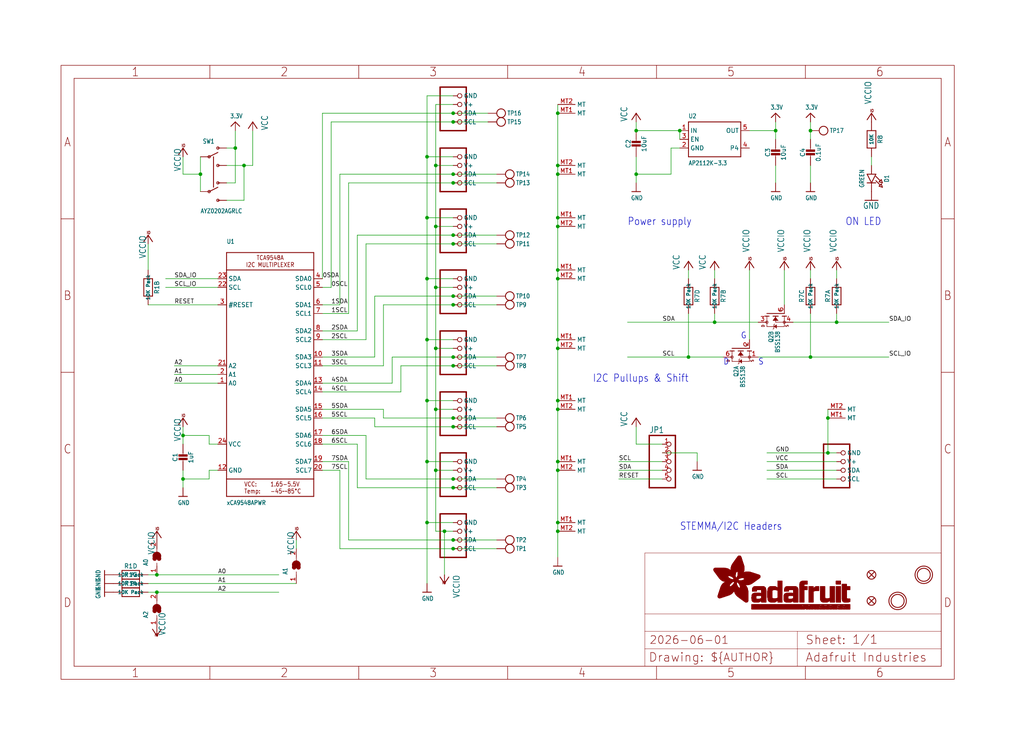
<source format=kicad_sch>
(kicad_sch (version 20230121) (generator eeschema)
  (paper "User" 298.45 217.322)
  (lib_symbols
    (symbol "working-eagle-import:3.3V" (power)
      (property "Value" "3.3V" (at -1.524 1.016 0))
      (symbol "3.3V_1_0"
        (pin power_in line (at 0 -2.54 90) (length 2.54) (name "3.3V") (number "1"))
      )
    )
    (symbol "working-eagle-import:CAP_CERAMIC0603_NO"
      (property "Reference" "C" (at -2.29 1.25 90))
      (symbol "CAP_CERAMIC0603_NO_1_0"
        (pin passive line (at 0 5.08 270) (length 2.54) (name "1") (number "1"))
        (pin passive line (at 0 -2.54 90) (length 2.54) (name "2") (number "2"))
      )
    )
    (symbol "working-eagle-import:CAP_CERAMIC0805-NOOUTLINE"
      (property "Reference" "C" (at -2.29 1.25 90))
      (symbol "CAP_CERAMIC0805-NOOUTLINE_1_0"
        (pin passive line (at 0 5.08 270) (length 2.54) (name "1") (number "1"))
        (pin passive line (at 0 -2.54 90) (length 2.54) (name "2") (number "2"))
      )
    )
    (symbol "working-eagle-import:FIDUCIAL_1MM")
    (symbol "working-eagle-import:FRAME_A4_ADAFRUIT"
      (symbol "FRAME_A4_ADAFRUIT_1_0"
        (text "${#}/${##}" (at 230.505 10.16 0) (effects (font (size 2.54 2.54)) (justify left bottom)))
        (text "${AUTHOR}" (at 189.23 5.08 0) (effects (font (size 2.286 2.286)) (justify left bottom)))
        (text "${CURRENT_DATE}" (at 171.45 10.16 0) (effects (font (size 2.286 2.286)) (justify left bottom)))
        (text "${PROJECTNAME}" (at 171.45 15.24 0) (effects (font (size 2.54 2.54)) (justify left bottom)))
        (text "1" (at 21.6958 1.905 0) (effects (font (size 2.54 2.286))))
        (text "1" (at 21.6958 177.165 0) (effects (font (size 2.54 2.286))))
        (text "2" (at 65.0875 1.905 0) (effects (font (size 2.54 2.286))))
        (text "2" (at 65.0875 177.165 0) (effects (font (size 2.54 2.286))))
        (text "3" (at 108.4792 1.905 0) (effects (font (size 2.54 2.286))))
        (text "3" (at 108.4792 177.165 0) (effects (font (size 2.54 2.286))))
        (text "4" (at 151.8708 1.905 0) (effects (font (size 2.54 2.286))))
        (text "4" (at 151.8708 177.165 0) (effects (font (size 2.54 2.286))))
        (text "5" (at 195.2625 1.905 0) (effects (font (size 2.54 2.286))))
        (text "5" (at 195.2625 177.165 0) (effects (font (size 2.54 2.286))))
        (text "6" (at 238.6542 1.905 0) (effects (font (size 2.54 2.286))))
        (text "6" (at 238.6542 177.165 0) (effects (font (size 2.54 2.286))))
        (text "A" (at 1.905 156.6863 0) (effects (font (size 2.54 2.286))))
        (text "A" (at 258.445 156.6863 0) (effects (font (size 2.54 2.286))))
        (text "Adafruit Industries" (at 216.916 4.953 0) (effects (font (size 2.54 2.54)) (justify left bottom)))
        (text "B" (at 1.905 111.9188 0) (effects (font (size 2.54 2.286))))
        (text "B" (at 258.445 111.9188 0) (effects (font (size 2.54 2.286))))
        (text "C" (at 1.905 67.1513 0) (effects (font (size 2.54 2.286))))
        (text "C" (at 258.445 67.1513 0) (effects (font (size 2.54 2.286))))
        (text "D" (at 1.905 22.3838 0) (effects (font (size 2.54 2.286))))
        (text "D" (at 258.445 22.3838 0) (effects (font (size 2.54 2.286))))
        (text "Drawing:" (at 171.196 4.953 0) (effects (font (size 2.54 2.54)) (justify left bottom)))
        (text "Sheet:" (at 216.916 10.033 0) (effects (font (size 2.54 2.54)) (justify left bottom)))
      )
    )
    (symbol "working-eagle-import:GND" (power)
      (property "Value" "GND" (at -1.524 -2.54 0))
      (symbol "GND_1_0"
        (pin power_in line (at 0 2.54 270) (length 2.54) (name "GND") (number "1"))
      )
    )
    (symbol "working-eagle-import:HEADER-1X570MIL"
      (property "Reference" "JP" (at -6.35 8.255 0))
      (symbol "HEADER-1X570MIL_1_0"
        (pin passive inverted (at -2.54 5.08 0) (length 2.54) (name "1") (number "1"))
        (pin passive inverted (at -2.54 2.54 0) (length 2.54) (name "2") (number "2"))
        (pin passive inverted (at -2.54 0 0) (length 2.54) (name "3") (number "3"))
        (pin passive inverted (at -2.54 -2.54 0) (length 2.54) (name "4") (number "4"))
        (pin passive inverted (at -2.54 -5.08 0) (length 2.54) (name "5") (number "5"))
      )
    )
    (symbol "working-eagle-import:LED0603_NOOUTLINE"
      (property "Reference" "D" (at -1.27 4.445 0))
      (symbol "LED0603_NOOUTLINE_1_0"
        (pin passive line (at -5.08 0 0) (length 2.54) (name "A") (number "A"))
        (pin passive line (at 2.54 0 180) (length 2.54) (name "C") (number "C"))
      )
    )
    (symbol "working-eagle-import:MOSFET-N_DUAL"
      (property "Reference" "Q" (at 5.08 0.635 0))
      (symbol "MOSFET-N_DUAL_1_0"
        (text "D" (at 3.175 3.175 0) (effects (font (size 0.8128 0.6908)) (justify left bottom)))
        (text "G" (at -1.27 -1.905 0) (effects (font (size 0.8128 0.6908)) (justify left bottom)))
        (text "S" (at 3.175 -3.81 0) (effects (font (size 0.8128 0.6908)) (justify left bottom)))
        (pin bidirectional line (at 2.54 -5.08 90) (length 2.54) (name "S") (number "1"))
        (pin bidirectional line (at -2.54 -2.54 0) (length 2.54) (name "G") (number "2"))
        (pin bidirectional line (at 2.54 5.08 270) (length 2.54) (name "D") (number "6"))
      )
      (symbol "MOSFET-N_DUAL_2_0"
        (text "D" (at 3.175 3.175 0) (effects (font (size 0.8128 0.6908)) (justify left bottom)))
        (text "G" (at -1.27 -1.905 0) (effects (font (size 0.8128 0.6908)) (justify left bottom)))
        (text "S" (at 3.175 -3.81 0) (effects (font (size 0.8128 0.6908)) (justify left bottom)))
        (pin bidirectional line (at 2.54 5.08 270) (length 2.54) (name "D") (number "3"))
        (pin bidirectional line (at 2.54 -5.08 90) (length 2.54) (name "S") (number "4"))
        (pin bidirectional line (at -2.54 -2.54 0) (length 2.54) (name "G") (number "5"))
      )
    )
    (symbol "working-eagle-import:MOUNTINGHOLE2.5")
    (symbol "working-eagle-import:RESISTOR_0603_NOOUT"
      (property "Reference" "R" (at 0 2.54 0))
      (symbol "RESISTOR_0603_NOOUT_1_0"
        (pin passive line (at -5.08 0 0) (length 2.54) (name "1") (number "1"))
        (pin passive line (at 5.08 0 180) (length 2.54) (name "2") (number "2"))
      )
    )
    (symbol "working-eagle-import:RESISTOR_4PACK"
      (property "Reference" "R" (at 0 2.54 0))
      (symbol "RESISTOR_4PACK_1_0"
        (pin passive line (at -5.08 0 0) (length 2.54) (name "1") (number "1"))
        (pin passive line (at 5.08 0 180) (length 2.54) (name "2") (number "8"))
      )
      (symbol "RESISTOR_4PACK_2_0"
        (pin passive line (at -5.08 0 0) (length 2.54) (name "1") (number "2"))
        (pin passive line (at 5.08 0 180) (length 2.54) (name "2") (number "7"))
      )
      (symbol "RESISTOR_4PACK_3_0"
        (pin passive line (at -5.08 0 0) (length 2.54) (name "1") (number "3"))
        (pin passive line (at 5.08 0 180) (length 2.54) (name "2") (number "6"))
      )
      (symbol "RESISTOR_4PACK_4_0"
        (pin passive line (at -5.08 0 0) (length 2.54) (name "1") (number "4"))
        (pin passive line (at 5.08 0 180) (length 2.54) (name "2") (number "5"))
      )
    )
    (symbol "working-eagle-import:SOLDERJUMPER"
      (property "Reference" "SJ" (at -2.54 2.54 0))
      (symbol "SOLDERJUMPER_1_0"
        (pin passive line (at -5.08 0 0) (length 2.54) (name "1") (number "1"))
        (pin passive line (at 5.08 0 180) (length 2.54) (name "2") (number "2"))
      )
    )
    (symbol "working-eagle-import:STEMMA_I2C_QT"
      (symbol "STEMMA_I2C_QT_1_0"
        (pin passive inverted (at 0 5.08 0) (length 2.54) (name "GND") (number "1"))
        (pin passive inverted (at 0 2.54 0) (length 2.54) (name "V+") (number "2"))
        (pin passive inverted (at 0 0 0) (length 2.54) (name "SDA") (number "3"))
        (pin passive inverted (at 0 -2.54 0) (length 2.54) (name "SCL") (number "4"))
      )
      (symbol "STEMMA_I2C_QT_2_0"
        (pin bidirectional line (at 0 0 0) (length 5.08) (name "MT") (number "MT1"))
      )
      (symbol "STEMMA_I2C_QT_3_0"
        (pin bidirectional line (at 0 0 0) (length 5.08) (name "MT") (number "MT2"))
      )
    )
    (symbol "working-eagle-import:SWITCH_DPDTEG1390"
      (property "Reference" "SW" (at -4.445 8.89 0))
      (symbol "SWITCH_DPDTEG1390_1_0"
        (pin passive line (at 2.54 7.62 180) (length 2.54) (name "O1") (number "O1"))
        (pin passive line (at 2.54 -2.54 180) (length 2.54) (name "O2") (number "O2"))
        (pin passive line (at -5.08 5.08 0) (length 2.54) (name "P1") (number "P1"))
        (pin passive line (at -5.08 -5.08 0) (length 2.54) (name "P2") (number "P2"))
        (pin passive line (at 2.54 2.54 180) (length 2.54) (name "S1") (number "S1"))
        (pin passive line (at 2.54 -7.62 180) (length 2.54) (name "S2") (number "S2"))
      )
    )
    (symbol "working-eagle-import:TCA9548A"
      (property "Reference" "U" (at -12.7 38.1 0))
      (symbol "TCA9548A_1_0"
        (text "1.65-5.5V\n-45~~85°C" (at 0 -33.02 0) (effects (font (size 1.27 1.0795)) (justify left)))
        (text "TCA9548A\nI2C MULTIPLEXER" (at 0 33.02 0) (effects (font (size 1.27 1.0795))))
        (text "VCC:\nTemp:" (at -7.62 -33.02 0) (effects (font (size 1.27 1.0795)) (justify left)))
        (pin bidirectional line (at -15.24 -2.54 0) (length 2.54) (name "A0") (number "1"))
        (pin bidirectional line (at 15.24 5.08 180) (length 2.54) (name "SDA3") (number "10"))
        (pin bidirectional line (at 15.24 2.54 180) (length 2.54) (name "SCL3") (number "11"))
        (pin bidirectional line (at -15.24 -27.94 0) (length 2.54) (name "GND") (number "12"))
        (pin bidirectional line (at 15.24 -2.54 180) (length 2.54) (name "SDA4") (number "13"))
        (pin bidirectional line (at 15.24 -5.08 180) (length 2.54) (name "SCL4") (number "14"))
        (pin bidirectional line (at 15.24 -10.16 180) (length 2.54) (name "SDA5") (number "15"))
        (pin bidirectional line (at 15.24 -12.7 180) (length 2.54) (name "SCL5") (number "16"))
        (pin bidirectional line (at 15.24 -17.78 180) (length 2.54) (name "SDA6") (number "17"))
        (pin bidirectional line (at 15.24 -20.32 180) (length 2.54) (name "SCL6") (number "18"))
        (pin bidirectional line (at 15.24 -25.4 180) (length 2.54) (name "SDA7") (number "19"))
        (pin bidirectional line (at -15.24 0 0) (length 2.54) (name "A1") (number "2"))
        (pin bidirectional line (at 15.24 -27.94 180) (length 2.54) (name "SCL7") (number "20"))
        (pin bidirectional line (at -15.24 2.54 0) (length 2.54) (name "A2") (number "21"))
        (pin bidirectional line (at -15.24 25.4 0) (length 2.54) (name "SCL") (number "22"))
        (pin bidirectional line (at -15.24 27.94 0) (length 2.54) (name "SDA") (number "23"))
        (pin bidirectional line (at -15.24 -20.32 0) (length 2.54) (name "VCC") (number "24"))
        (pin bidirectional line (at -15.24 20.32 0) (length 2.54) (name "#RESET") (number "3"))
        (pin bidirectional line (at 15.24 27.94 180) (length 2.54) (name "SDA0") (number "4"))
        (pin bidirectional line (at 15.24 25.4 180) (length 2.54) (name "SCL0") (number "5"))
        (pin bidirectional line (at 15.24 20.32 180) (length 2.54) (name "SDA1") (number "6"))
        (pin bidirectional line (at 15.24 17.78 180) (length 2.54) (name "SCL1") (number "7"))
        (pin bidirectional line (at 15.24 12.7 180) (length 2.54) (name "SDA2") (number "8"))
        (pin bidirectional line (at 15.24 10.16 180) (length 2.54) (name "SCL2") (number "9"))
      )
    )
    (symbol "working-eagle-import:TESTPOINTROUND1.5MMNO"
      (property "Reference" "TP" (at 0 5.588 90))
      (symbol "TESTPOINTROUND1.5MMNO_1_0"
        (pin bidirectional line (at 0 0 90) (length 2.54) (name "P$1") (number "P$1"))
      )
    )
    (symbol "working-eagle-import:VCC" (power)
      (property "Value" "VCC" (at -2.54 -2.54 90))
      (symbol "VCC_1_0"
        (pin power_in line (at 0 -2.54 90) (length 2.54) (name "VCC") (number "1"))
      )
    )
    (symbol "working-eagle-import:VCCIO" (power)
      (property "Value" "VCCIO" (at -2.54 -2.54 90))
      (symbol "VCCIO_1_0"
        (text "IO" (at -0.508 0.254 0) (effects (font (size 0.8128 0.6908)) (justify left bottom)))
        (pin power_in line (at 0 -2.54 90) (length 2.54) (name "VCCIO") (number "1"))
      )
    )
    (symbol "working-eagle-import:VREG_SOT23-5"
      (property "Reference" "U" (at -7.62 6.096 0))
      (symbol "VREG_SOT23-5_1_0"
        (pin power_in line (at -10.16 2.54 0) (length 2.54) (name "IN") (number "1"))
        (pin power_in line (at -10.16 -2.54 0) (length 2.54) (name "GND") (number "2"))
        (pin input line (at -10.16 0 0) (length 2.54) (name "EN") (number "3"))
        (pin bidirectional line (at 10.16 -2.54 180) (length 2.54) (name "P4") (number "4"))
        (pin power_in line (at 10.16 2.54 180) (length 2.54) (name "OUT") (number "5"))
      )
    )
    (symbol "working-eagle-import:supply1_GND" (power)
      (property "Value" "supply1_GND" (at -2.54 -2.54 0))
      (symbol "supply1_GND_1_0"
        (pin power_in line (at 0 2.54 270) (length 2.54) (name "GND") (number "1"))
      )
    )
  )
  (junction (at 243.84 93.98))
  (junction (at 200.66 104.14))
  (junction (at 162.56 66.04))
  (junction (at 132.08 68.58))
  (junction (at 58.42 50.8))
  (junction (at 127 66.04))
  (junction (at 132.08 71.12))
  (junction (at 162.56 50.8))
  (junction (at 162.56 154.94))
  (junction (at 132.08 88.9))
  (junction (at 208.28 93.98))
  (junction (at 132.08 33.02))
  (junction (at 198.12 38.1))
  (junction (at 127 101.6))
  (junction (at 132.08 86.36))
  (junction (at 162.56 78.74))
  (junction (at 162.56 101.6))
  (junction (at 124.46 152.4))
  (junction (at 236.22 38.1))
  (junction (at 132.08 35.56))
  (junction (at 124.46 45.72))
  (junction (at 124.46 116.84))
  (junction (at 53.34 127))
  (junction (at 241.3 121.92))
  (junction (at 71.12 48.26))
  (junction (at 132.08 104.14))
  (junction (at 132.08 142.24))
  (junction (at 162.56 48.26))
  (junction (at 124.46 99.06))
  (junction (at 127 48.26))
  (junction (at 132.08 106.68))
  (junction (at 162.56 81.28))
  (junction (at 162.56 119.38))
  (junction (at 162.56 116.84))
  (junction (at 185.42 50.8))
  (junction (at 241.3 132.08))
  (junction (at 127 119.38))
  (junction (at 132.08 139.7))
  (junction (at 132.08 50.8))
  (junction (at 68.58 43.18))
  (junction (at 127 137.16))
  (junction (at 132.08 157.48))
  (junction (at 162.56 99.06))
  (junction (at 129.54 154.94))
  (junction (at 162.56 63.5))
  (junction (at 53.34 139.7))
  (junction (at 162.56 33.02))
  (junction (at 162.56 152.4))
  (junction (at 132.08 124.46))
  (junction (at 45.72 172.72))
  (junction (at 124.46 63.5))
  (junction (at 132.08 53.34))
  (junction (at 132.08 121.92))
  (junction (at 127 83.82))
  (junction (at 132.08 160.02))
  (junction (at 162.56 137.16))
  (junction (at 226.06 38.1))
  (junction (at 236.22 104.14))
  (junction (at 124.46 81.28))
  (junction (at 124.46 134.62))
  (junction (at 45.72 167.64))
  (junction (at 185.42 38.1))
  (junction (at 162.56 134.62))
  (wire (pts (xy 111.76 121.92) (xy 132.08 121.92)) (stroke (width 0.1524)))
  (wire (pts (xy 66.04 53.34) (xy 68.58 53.34)) (stroke (width 0.1524)))
  (wire (pts (xy 198.12 43.18) (xy 195.58 43.18)) (stroke (width 0.1524)))
  (wire (pts (xy 127 119.38) (xy 127 137.16)) (stroke (width 0.1524)))
  (wire (pts (xy 124.46 27.94) (xy 132.08 27.94)) (stroke (width 0.1524)))
  (wire (pts (xy 241.3 132.08) (xy 223.52 132.08)) (stroke (width 0.1524)))
  (wire (pts (xy 129.54 154.94) (xy 132.08 154.94)) (stroke (width 0.1524)))
  (wire (pts (xy 93.98 83.82) (xy 96.52 83.82)) (stroke (width 0.1524)))
  (wire (pts (xy 231.14 93.98) (xy 243.84 93.98)) (stroke (width 0.1524)))
  (wire (pts (xy 58.42 50.8) (xy 53.34 50.8)) (stroke (width 0.1524)))
  (wire (pts (xy 236.22 48.26) (xy 236.22 53.34)) (stroke (width 0.1524)))
  (wire (pts (xy 132.08 139.7) (xy 144.78 139.7)) (stroke (width 0.1524)))
  (wire (pts (xy 127 66.04) (xy 127 83.82)) (stroke (width 0.1524)))
  (wire (pts (xy 53.34 139.7) (xy 60.96 139.7)) (stroke (width 0.1524)))
  (wire (pts (xy 162.56 119.38) (xy 162.56 116.84)) (stroke (width 0.1524)))
  (wire (pts (xy 162.56 48.26) (xy 162.56 33.02)) (stroke (width 0.1524)))
  (wire (pts (xy 132.08 121.92) (xy 144.78 121.92)) (stroke (width 0.1524)))
  (wire (pts (xy 99.06 137.16) (xy 99.06 160.02)) (stroke (width 0.1524)))
  (wire (pts (xy 223.52 139.7) (xy 243.84 139.7)) (stroke (width 0.1524)))
  (wire (pts (xy 193.04 139.7) (xy 180.34 139.7)) (stroke (width 0.1524)))
  (wire (pts (xy 124.46 81.28) (xy 124.46 63.5)) (stroke (width 0.1524)))
  (wire (pts (xy 45.72 172.72) (xy 43.18 172.72)) (stroke (width 0.1524)))
  (wire (pts (xy 114.3 111.76) (xy 114.3 104.14)) (stroke (width 0.1524)))
  (wire (pts (xy 228.6 88.9) (xy 228.6 78.74)) (stroke (width 0.1524)))
  (wire (pts (xy 129.54 154.94) (xy 129.54 167.64)) (stroke (width 0.1524)))
  (wire (pts (xy 127 137.16) (xy 127 154.94)) (stroke (width 0.1524)))
  (wire (pts (xy 101.6 134.62) (xy 101.6 157.48)) (stroke (width 0.1524)))
  (wire (pts (xy 243.84 91.44) (xy 243.84 93.98)) (stroke (width 0.1524)))
  (wire (pts (xy 132.08 137.16) (xy 127 137.16)) (stroke (width 0.1524)))
  (wire (pts (xy 132.08 33.02) (xy 142.24 33.02)) (stroke (width 0.1524)))
  (wire (pts (xy 53.34 124.46) (xy 53.34 127)) (stroke (width 0.1524)))
  (wire (pts (xy 93.98 81.28) (xy 93.98 33.02)) (stroke (width 0.1524)))
  (wire (pts (xy 162.56 63.5) (xy 162.56 50.8)) (stroke (width 0.1524)))
  (wire (pts (xy 60.96 139.7) (xy 60.96 137.16)) (stroke (width 0.1524)))
  (wire (pts (xy 132.08 134.62) (xy 124.46 134.62)) (stroke (width 0.1524)))
  (wire (pts (xy 124.46 116.84) (xy 124.46 99.06)) (stroke (width 0.1524)))
  (wire (pts (xy 162.56 137.16) (xy 162.56 134.62)) (stroke (width 0.1524)))
  (wire (pts (xy 220.98 104.14) (xy 236.22 104.14)) (stroke (width 0.1524)))
  (wire (pts (xy 86.36 160.02) (xy 86.36 157.48)) (stroke (width 0.1524)))
  (wire (pts (xy 93.98 104.14) (xy 109.22 104.14)) (stroke (width 0.1524)))
  (wire (pts (xy 132.08 66.04) (xy 127 66.04)) (stroke (width 0.1524)))
  (wire (pts (xy 93.98 119.38) (xy 111.76 119.38)) (stroke (width 0.1524)))
  (wire (pts (xy 68.58 53.34) (xy 68.58 43.18)) (stroke (width 0.1524)))
  (wire (pts (xy 162.56 152.4) (xy 162.56 137.16)) (stroke (width 0.1524)))
  (wire (pts (xy 162.56 50.8) (xy 162.56 48.26)) (stroke (width 0.1524)))
  (wire (pts (xy 185.42 35.56) (xy 185.42 38.1)) (stroke (width 0.1524)))
  (wire (pts (xy 60.96 137.16) (xy 63.5 137.16)) (stroke (width 0.1524)))
  (wire (pts (xy 162.56 78.74) (xy 162.56 66.04)) (stroke (width 0.1524)))
  (wire (pts (xy 127 48.26) (xy 127 66.04)) (stroke (width 0.1524)))
  (wire (pts (xy 53.34 142.24) (xy 53.34 139.7)) (stroke (width 0.1524)))
  (wire (pts (xy 236.22 91.44) (xy 236.22 104.14)) (stroke (width 0.1524)))
  (wire (pts (xy 71.12 48.26) (xy 71.12 58.42)) (stroke (width 0.1524)))
  (wire (pts (xy 58.42 50.8) (xy 58.42 55.88)) (stroke (width 0.1524)))
  (wire (pts (xy 63.5 109.22) (xy 50.8 109.22)) (stroke (width 0.1524)))
  (wire (pts (xy 193.04 132.08) (xy 203.2 132.08)) (stroke (width 0.1524)))
  (wire (pts (xy 106.68 71.12) (xy 132.08 71.12)) (stroke (width 0.1524)))
  (wire (pts (xy 132.08 88.9) (xy 144.78 88.9)) (stroke (width 0.1524)))
  (wire (pts (xy 144.78 68.58) (xy 132.08 68.58)) (stroke (width 0.1524)))
  (wire (pts (xy 81.28 172.72) (xy 45.72 172.72)) (stroke (width 0.1524)))
  (wire (pts (xy 185.42 50.8) (xy 185.42 45.72)) (stroke (width 0.1524)))
  (wire (pts (xy 111.76 106.68) (xy 111.76 88.9)) (stroke (width 0.1524)))
  (wire (pts (xy 142.24 35.56) (xy 132.08 35.56)) (stroke (width 0.1524)))
  (wire (pts (xy 220.98 93.98) (xy 208.28 93.98)) (stroke (width 0.1524)))
  (wire (pts (xy 104.14 96.52) (xy 104.14 68.58)) (stroke (width 0.1524)))
  (wire (pts (xy 144.78 86.36) (xy 132.08 86.36)) (stroke (width 0.1524)))
  (wire (pts (xy 132.08 45.72) (xy 124.46 45.72)) (stroke (width 0.1524)))
  (wire (pts (xy 226.06 38.1) (xy 226.06 35.56)) (stroke (width 0.1524)))
  (wire (pts (xy 132.08 48.26) (xy 127 48.26)) (stroke (width 0.1524)))
  (wire (pts (xy 93.98 91.44) (xy 101.6 91.44)) (stroke (width 0.1524)))
  (wire (pts (xy 162.56 154.94) (xy 162.56 152.4)) (stroke (width 0.1524)))
  (wire (pts (xy 236.22 104.14) (xy 259.08 104.14)) (stroke (width 0.1524)))
  (wire (pts (xy 53.34 127) (xy 53.34 129.54)) (stroke (width 0.1524)))
  (wire (pts (xy 71.12 58.42) (xy 66.04 58.42)) (stroke (width 0.1524)))
  (wire (pts (xy 93.98 111.76) (xy 114.3 111.76)) (stroke (width 0.1524)))
  (wire (pts (xy 162.56 66.04) (xy 162.56 63.5)) (stroke (width 0.1524)))
  (wire (pts (xy 124.46 45.72) (xy 124.46 27.94)) (stroke (width 0.1524)))
  (wire (pts (xy 132.08 142.24) (xy 144.78 142.24)) (stroke (width 0.1524)))
  (wire (pts (xy 43.18 170.18) (xy 86.36 170.18)) (stroke (width 0.1524)))
  (wire (pts (xy 162.56 81.28) (xy 162.56 78.74)) (stroke (width 0.1524)))
  (wire (pts (xy 99.06 88.9) (xy 99.06 50.8)) (stroke (width 0.1524)))
  (wire (pts (xy 93.98 127) (xy 106.68 127)) (stroke (width 0.1524)))
  (wire (pts (xy 71.12 48.26) (xy 73.66 48.26)) (stroke (width 0.1524)))
  (wire (pts (xy 99.06 50.8) (xy 132.08 50.8)) (stroke (width 0.1524)))
  (wire (pts (xy 185.42 50.8) (xy 185.42 53.34)) (stroke (width 0.1524)))
  (wire (pts (xy 93.98 134.62) (xy 101.6 134.62)) (stroke (width 0.1524)))
  (wire (pts (xy 203.2 132.08) (xy 203.2 134.62)) (stroke (width 0.1524)))
  (wire (pts (xy 254 48.26) (xy 254 45.72)) (stroke (width 0.1524)))
  (wire (pts (xy 109.22 124.46) (xy 132.08 124.46)) (stroke (width 0.1524)))
  (wire (pts (xy 241.3 121.92) (xy 241.3 132.08)) (stroke (width 0.1524)))
  (wire (pts (xy 63.5 83.82) (xy 48.26 83.82)) (stroke (width 0.1524)))
  (wire (pts (xy 60.96 129.54) (xy 63.5 129.54)) (stroke (width 0.1524)))
  (wire (pts (xy 195.58 50.8) (xy 185.42 50.8)) (stroke (width 0.1524)))
  (wire (pts (xy 106.68 139.7) (xy 132.08 139.7)) (stroke (width 0.1524)))
  (wire (pts (xy 200.66 78.74) (xy 200.66 81.28)) (stroke (width 0.1524)))
  (wire (pts (xy 124.46 152.4) (xy 124.46 170.18)) (stroke (width 0.1524)))
  (wire (pts (xy 124.46 99.06) (xy 124.46 81.28)) (stroke (width 0.1524)))
  (wire (pts (xy 101.6 53.34) (xy 132.08 53.34)) (stroke (width 0.1524)))
  (wire (pts (xy 132.08 124.46) (xy 144.78 124.46)) (stroke (width 0.1524)))
  (wire (pts (xy 162.56 116.84) (xy 162.56 101.6)) (stroke (width 0.1524)))
  (wire (pts (xy 124.46 134.62) (xy 124.46 116.84)) (stroke (width 0.1524)))
  (wire (pts (xy 81.28 167.64) (xy 45.72 167.64)) (stroke (width 0.1524)))
  (wire (pts (xy 116.84 114.3) (xy 116.84 106.68)) (stroke (width 0.1524)))
  (wire (pts (xy 144.78 50.8) (xy 132.08 50.8)) (stroke (width 0.1524)))
  (wire (pts (xy 236.22 35.56) (xy 236.22 38.1)) (stroke (width 0.1524)))
  (wire (pts (xy 241.3 119.38) (xy 241.3 121.92)) (stroke (width 0.1524)))
  (wire (pts (xy 218.44 38.1) (xy 226.06 38.1)) (stroke (width 0.1524)))
  (wire (pts (xy 243.84 81.28) (xy 243.84 78.74)) (stroke (width 0.1524)))
  (wire (pts (xy 124.46 152.4) (xy 124.46 134.62)) (stroke (width 0.1524)))
  (wire (pts (xy 93.98 88.9) (xy 99.06 88.9)) (stroke (width 0.1524)))
  (wire (pts (xy 124.46 63.5) (xy 124.46 45.72)) (stroke (width 0.1524)))
  (wire (pts (xy 68.58 43.18) (xy 68.58 38.1)) (stroke (width 0.1524)))
  (wire (pts (xy 132.08 30.48) (xy 127 30.48)) (stroke (width 0.1524)))
  (wire (pts (xy 127 83.82) (xy 127 101.6)) (stroke (width 0.1524)))
  (wire (pts (xy 185.42 129.54) (xy 185.42 124.46)) (stroke (width 0.1524)))
  (wire (pts (xy 162.56 154.94) (xy 162.56 162.56)) (stroke (width 0.1524)))
  (wire (pts (xy 45.72 167.64) (xy 43.18 167.64)) (stroke (width 0.1524)))
  (wire (pts (xy 218.44 99.06) (xy 218.44 78.74)) (stroke (width 0.1524)))
  (wire (pts (xy 243.84 132.08) (xy 241.3 132.08)) (stroke (width 0.1524)))
  (wire (pts (xy 53.34 50.8) (xy 53.34 45.72)) (stroke (width 0.1524)))
  (wire (pts (xy 132.08 104.14) (xy 144.78 104.14)) (stroke (width 0.1524)))
  (wire (pts (xy 144.78 157.48) (xy 132.08 157.48)) (stroke (width 0.1524)))
  (wire (pts (xy 210.82 104.14) (xy 200.66 104.14)) (stroke (width 0.1524)))
  (wire (pts (xy 127 30.48) (xy 127 48.26)) (stroke (width 0.1524)))
  (wire (pts (xy 101.6 91.44) (xy 101.6 53.34)) (stroke (width 0.1524)))
  (wire (pts (xy 132.08 99.06) (xy 124.46 99.06)) (stroke (width 0.1524)))
  (wire (pts (xy 101.6 157.48) (xy 132.08 157.48)) (stroke (width 0.1524)))
  (wire (pts (xy 93.98 137.16) (xy 99.06 137.16)) (stroke (width 0.1524)))
  (wire (pts (xy 68.58 43.18) (xy 66.04 43.18)) (stroke (width 0.1524)))
  (wire (pts (xy 223.52 134.62) (xy 243.84 134.62)) (stroke (width 0.1524)))
  (wire (pts (xy 195.58 43.18) (xy 195.58 50.8)) (stroke (width 0.1524)))
  (wire (pts (xy 243.84 93.98) (xy 259.08 93.98)) (stroke (width 0.1524)))
  (wire (pts (xy 53.34 127) (xy 60.96 127)) (stroke (width 0.1524)))
  (wire (pts (xy 104.14 142.24) (xy 132.08 142.24)) (stroke (width 0.1524)))
  (wire (pts (xy 93.98 121.92) (xy 109.22 121.92)) (stroke (width 0.1524)))
  (wire (pts (xy 111.76 88.9) (xy 132.08 88.9)) (stroke (width 0.1524)))
  (wire (pts (xy 93.98 33.02) (xy 132.08 33.02)) (stroke (width 0.1524)))
  (wire (pts (xy 208.28 91.44) (xy 208.28 93.98)) (stroke (width 0.1524)))
  (wire (pts (xy 132.08 81.28) (xy 124.46 81.28)) (stroke (width 0.1524)))
  (wire (pts (xy 109.22 121.92) (xy 109.22 124.46)) (stroke (width 0.1524)))
  (wire (pts (xy 200.66 91.44) (xy 200.66 104.14)) (stroke (width 0.1524)))
  (wire (pts (xy 144.78 160.02) (xy 132.08 160.02)) (stroke (width 0.1524)))
  (wire (pts (xy 109.22 86.36) (xy 132.08 86.36)) (stroke (width 0.1524)))
  (wire (pts (xy 162.56 101.6) (xy 162.56 99.06)) (stroke (width 0.1524)))
  (wire (pts (xy 132.08 83.82) (xy 127 83.82)) (stroke (width 0.1524)))
  (wire (pts (xy 198.12 40.64) (xy 198.12 38.1)) (stroke (width 0.1524)))
  (wire (pts (xy 104.14 68.58) (xy 132.08 68.58)) (stroke (width 0.1524)))
  (wire (pts (xy 193.04 129.54) (xy 185.42 129.54)) (stroke (width 0.1524)))
  (wire (pts (xy 132.08 119.38) (xy 127 119.38)) (stroke (width 0.1524)))
  (wire (pts (xy 132.08 71.12) (xy 144.78 71.12)) (stroke (width 0.1524)))
  (wire (pts (xy 63.5 88.9) (xy 43.18 88.9)) (stroke (width 0.1524)))
  (wire (pts (xy 109.22 104.14) (xy 109.22 86.36)) (stroke (width 0.1524)))
  (wire (pts (xy 114.3 104.14) (xy 132.08 104.14)) (stroke (width 0.1524)))
  (wire (pts (xy 236.22 38.1) (xy 236.22 40.64)) (stroke (width 0.1524)))
  (wire (pts (xy 162.56 99.06) (xy 162.56 81.28)) (stroke (width 0.1524)))
  (wire (pts (xy 53.34 139.7) (xy 53.34 137.16)) (stroke (width 0.1524)))
  (wire (pts (xy 132.08 53.34) (xy 144.78 53.34)) (stroke (width 0.1524)))
  (wire (pts (xy 116.84 106.68) (xy 132.08 106.68)) (stroke (width 0.1524)))
  (wire (pts (xy 93.98 99.06) (xy 106.68 99.06)) (stroke (width 0.1524)))
  (wire (pts (xy 208.28 93.98) (xy 182.88 93.98)) (stroke (width 0.1524)))
  (wire (pts (xy 93.98 106.68) (xy 111.76 106.68)) (stroke (width 0.1524)))
  (wire (pts (xy 63.5 81.28) (xy 48.26 81.28)) (stroke (width 0.1524)))
  (wire (pts (xy 144.78 106.68) (xy 132.08 106.68)) (stroke (width 0.1524)))
  (wire (pts (xy 162.56 134.62) (xy 162.56 119.38)) (stroke (width 0.1524)))
  (wire (pts (xy 93.98 114.3) (xy 116.84 114.3)) (stroke (width 0.1524)))
  (wire (pts (xy 127 154.94) (xy 129.54 154.94)) (stroke (width 0.1524)))
  (wire (pts (xy 93.98 129.54) (xy 104.14 129.54)) (stroke (width 0.1524)))
  (wire (pts (xy 63.5 106.68) (xy 50.8 106.68)) (stroke (width 0.1524)))
  (wire (pts (xy 66.04 48.26) (xy 71.12 48.26)) (stroke (width 0.1524)))
  (wire (pts (xy 132.08 63.5) (xy 124.46 63.5)) (stroke (width 0.1524)))
  (wire (pts (xy 43.18 78.74) (xy 43.18 71.12)) (stroke (width 0.1524)))
  (wire (pts (xy 106.68 127) (xy 106.68 139.7)) (stroke (width 0.1524)))
  (wire (pts (xy 132.08 152.4) (xy 124.46 152.4)) (stroke (width 0.1524)))
  (wire (pts (xy 226.06 48.26) (xy 226.06 53.34)) (stroke (width 0.1524)))
  (wire (pts (xy 127 101.6) (xy 132.08 101.6)) (stroke (width 0.1524)))
  (wire (pts (xy 226.06 38.1) (xy 226.06 40.64)) (stroke (width 0.1524)))
  (wire (pts (xy 104.14 129.54) (xy 104.14 142.24)) (stroke (width 0.1524)))
  (wire (pts (xy 93.98 96.52) (xy 104.14 96.52)) (stroke (width 0.1524)))
  (wire (pts (xy 162.56 33.02) (xy 162.56 30.48)) (stroke (width 0.1524)))
  (wire (pts (xy 236.22 81.28) (xy 236.22 78.74)) (stroke (width 0.1524)))
  (wire (pts (xy 106.68 99.06) (xy 106.68 71.12)) (stroke (width 0.1524)))
  (wire (pts (xy 73.66 48.26) (xy 73.66 38.1)) (stroke (width 0.1524)))
  (wire (pts (xy 127 101.6) (xy 127 119.38)) (stroke (width 0.1524)))
  (wire (pts (xy 96.52 83.82) (xy 96.52 35.56)) (stroke (width 0.1524)))
  (wire (pts (xy 60.96 127) (xy 60.96 129.54)) (stroke (width 0.1524)))
  (wire (pts (xy 58.42 45.72) (xy 58.42 50.8)) (stroke (width 0.1524)))
  (wire (pts (xy 243.84 137.16) (xy 223.52 137.16)) (stroke (width 0.1524)))
  (wire (pts (xy 200.66 104.14) (xy 182.88 104.14)) (stroke (width 0.1524)))
  (wire (pts (xy 193.04 137.16) (xy 180.34 137.16)) (stroke (width 0.1524)))
  (wire (pts (xy 198.12 38.1) (xy 185.42 38.1)) (stroke (width 0.1524)))
  (wire (pts (xy 111.76 119.38) (xy 111.76 121.92)) (stroke (width 0.1524)))
  (wire (pts (xy 208.28 81.28) (xy 208.28 78.74)) (stroke (width 0.1524)))
  (wire (pts (xy 193.04 134.62) (xy 180.34 134.62)) (stroke (width 0.1524)))
  (wire (pts (xy 99.06 160.02) (xy 132.08 160.02)) (stroke (width 0.1524)))
  (wire (pts (xy 132.08 116.84) (xy 124.46 116.84)) (stroke (width 0.1524)))
  (wire (pts (xy 63.5 111.76) (xy 50.8 111.76)) (stroke (width 0.1524)))
  (wire (pts (xy 96.52 35.56) (xy 132.08 35.56)) (stroke (width 0.1524)))
  (text "I2C Pullups & Shift" (at 172.72 111.76 0) (effects (font (size 2.1844 1.8567)) (justify left bottom)))
  (text "G" (at 215.9 99.06 0) (effects (font (size 1.778 1.5113)) (justify left bottom)))
  (text "S" (at 220.98 106.68 0) (effects (font (size 1.778 1.5113)) (justify left bottom)))
  (text "ON LED" (at 246.38 66.04 0) (effects (font (size 2.1844 1.8567)) (justify left bottom)))
  (text "D" (at 210.82 106.68 0) (effects (font (size 1.778 1.5113)) (justify left bottom)))
  (text "Power supply" (at 182.88 66.04 0) (effects (font (size 2.1844 1.8567)) (justify left bottom)))
  (text "STEMMA/I2C Headers" (at 198.12 154.94 0) (effects (font (size 2.1844 1.8567)) (justify left bottom)))
  (label "2SCL" (at 96.52 99.06 0) (effects (font (size 1.2446 1.2446))))
  (label "SCL" (at 226.06 139.7 0) (effects (font (size 1.2446 1.2446))))
  (label "RESET" (at 50.8 88.9 0) (effects (font (size 1.2446 1.2446))))
  (label "1SCL" (at 96.52 91.44 0) (effects (font (size 1.2446 1.2446))))
  (label "6SDA" (at 96.52 127 0) (effects (font (size 1.2446 1.2446))))
  (label "SCL_IO" (at 50.8 83.82 0) (effects (font (size 1.2446 1.2446))))
  (label "5SDA" (at 96.52 119.38 0) (effects (font (size 1.2446 1.2446))))
  (label "VCC" (at 226.06 134.62 0) (effects (font (size 1.2446 1.2446))))
  (label "A2" (at 63.5 172.72 0) (effects (font (size 1.2446 1.2446))))
  (label "SCL_IO" (at 259.08 104.14 0) (effects (font (size 1.2446 1.2446))))
  (label "1SDA" (at 96.52 88.9 0) (effects (font (size 1.2446 1.2446))))
  (label "4SDA" (at 96.52 111.76 0) (effects (font (size 1.2446 1.2446))))
  (label "SDA_IO" (at 259.08 93.98 0) (effects (font (size 1.2446 1.2446))))
  (label "A2" (at 50.8 106.68 0) (effects (font (size 1.2446 1.2446))))
  (label "0SDA" (at 93.98 81.28 0) (effects (font (size 1.2446 1.2446))))
  (label "A1" (at 50.8 109.22 0) (effects (font (size 1.2446 1.2446))))
  (label "SCL" (at 193.04 104.14 0) (effects (font (size 1.2446 1.2446))))
  (label "RESET" (at 180.34 139.7 0) (effects (font (size 1.2446 1.2446))))
  (label "SDA" (at 180.34 137.16 0) (effects (font (size 1.2446 1.2446))))
  (label "SDA_IO" (at 50.8 81.28 0) (effects (font (size 1.2446 1.2446))))
  (label "6SCL" (at 96.52 129.54 0) (effects (font (size 1.2446 1.2446))))
  (label "2SDA" (at 96.52 96.52 0) (effects (font (size 1.2446 1.2446))))
  (label "A0" (at 50.8 111.76 0) (effects (font (size 1.2446 1.2446))))
  (label "7SCL" (at 96.52 137.16 0) (effects (font (size 1.2446 1.2446))))
  (label "SCL" (at 180.34 134.62 0) (effects (font (size 1.2446 1.2446))))
  (label "3SDA" (at 96.52 104.14 0) (effects (font (size 1.2446 1.2446))))
  (label "A1" (at 63.5 170.18 0) (effects (font (size 1.2446 1.2446))))
  (label "A0" (at 63.5 167.64 0) (effects (font (size 1.2446 1.2446))))
  (label "4SCL" (at 96.52 114.3 0) (effects (font (size 1.2446 1.2446))))
  (label "0SCL" (at 96.52 83.82 0) (effects (font (size 1.2446 1.2446))))
  (label "GND" (at 226.06 132.08 0) (effects (font (size 1.2446 1.2446))))
  (label "5SCL" (at 96.52 121.92 0) (effects (font (size 1.2446 1.2446))))
  (label "3SCL" (at 96.52 106.68 0) (effects (font (size 1.2446 1.2446))))
  (label "SDA" (at 226.06 137.16 0) (effects (font (size 1.2446 1.2446))))
  (label "SDA" (at 193.04 93.98 0) (effects (font (size 1.2446 1.2446))))
  (label "7SDA" (at 96.52 134.62 0) (effects (font (size 1.2446 1.2446))))
  (symbol (lib_id "working-eagle-import:GND") (at 236.22 55.88 0) (unit 1)
    (property "Reference" "#U$12" (effects hide))
    (property "Value" "GND" (at 234.696 58.42 0) (effects (font (size 1.27 1.0795)) (justify left bottom)))
  )
  (symbol (lib_id "working-eagle-import:TESTPOINTROUND1.5MMNO") (at 144.78 86.36 270) (unit 1)
    (property "Reference" "TP10" (at 150.368 86.36 90) (effects (font (size 1.27 1.0795)) (justify left)))
    (property "Value" "TESTPOINTROUND1.5MMNO" (effects hide))
    (property "Footprint" "working:TESTPOINT_ROUND_1.5MM_NO" (effects hide))
  )
  (symbol (lib_id "working-eagle-import:STEMMA_I2C_QT") (at 162.56 137.16 0) (unit 3)
    (property "Reference" "CONN9" (effects hide))
    (property "Value" "STEMMA_I2C_QT" (effects hide))
    (property "Footprint" "working:JST_SH4" (effects hide))
  )
  (symbol (lib_id "working-eagle-import:GND") (at 162.56 165.1 0) (unit 1)
    (property "Reference" "#U$3" (effects hide))
    (property "Value" "GND" (at 161.036 167.64 0) (effects (font (size 1.27 1.0795)) (justify left bottom)))
  )
  (symbol (lib_id "working-eagle-import:3.3V") (at 226.06 33.02 0) (unit 1)
    (property "Reference" "#U$16" (effects hide))
    (property "Value" "3.3V" (at 224.536 32.004 0) (effects (font (size 1.27 1.0795)) (justify left bottom)))
  )
  (symbol (lib_id "working-eagle-import:CAP_CERAMIC0805-NOOUTLINE") (at 226.06 45.72 0) (unit 1)
    (property "Reference" "C3" (at 223.77 44.47 90))
    (property "Value" "10uF" (at 228.36 44.47 90))
    (property "Footprint" "working:0805-NO" (effects hide))
  )
  (symbol (lib_id "working-eagle-import:VCCIO") (at 45.72 185.42 180) (unit 1)
    (property "Reference" "#VCC10" (effects hide))
    (property "Value" "VCCIO" (at 48.26 185.42 90) (effects (font (size 1.778 1.5113)) (justify right top)))
  )
  (symbol (lib_id "working-eagle-import:TESTPOINTROUND1.5MMNO") (at 142.24 35.56 270) (unit 1)
    (property "Reference" "TP15" (at 147.828 35.56 90) (effects (font (size 1.27 1.0795)) (justify left)))
    (property "Value" "TESTPOINTROUND1.5MMNO" (effects hide))
    (property "Footprint" "working:TESTPOINT_ROUND_1.5MM_NO" (effects hide))
  )
  (symbol (lib_id "working-eagle-import:GND") (at 185.42 55.88 0) (unit 1)
    (property "Reference" "#U$13" (effects hide))
    (property "Value" "GND" (at 183.896 58.42 0) (effects (font (size 1.27 1.0795)) (justify left bottom)))
  )
  (symbol (lib_id "working-eagle-import:RESISTOR_4PACK") (at 236.22 86.36 90) (mirror x) (unit 3)
    (property "Reference" "R7" (at 233.68 86.36 0))
    (property "Value" "10K Pack" (at 236.22 86.36 0) (effects (font (size 1.016 1.016) bold)))
    (property "Footprint" "working:RESPACK_4X0603" (effects hide))
  )
  (symbol (lib_id "working-eagle-import:STEMMA_I2C_QT") (at 132.08 104.14 0) (unit 1)
    (property "Reference" "CONN7" (effects hide))
    (property "Value" "STEMMA_I2C_QT" (effects hide))
    (property "Footprint" "working:JST_SH4" (effects hide))
  )
  (symbol (lib_id "working-eagle-import:VCC") (at 200.66 76.2 0) (unit 1)
    (property "Reference" "#P+9" (effects hide))
    (property "Value" "VCC" (at 198.12 78.74 90) (effects (font (size 1.778 1.5113)) (justify left bottom)))
  )
  (symbol (lib_id "working-eagle-import:MOUNTINGHOLE2.5") (at 261.62 175.26 0) (unit 1)
    (property "Reference" "U$19" (effects hide))
    (property "Value" "MOUNTINGHOLE2.5" (effects hide))
    (property "Footprint" "working:MOUNTINGHOLE_2.5_PLATED" (effects hide))
  )
  (symbol (lib_id "working-eagle-import:SWITCH_DPDTEG1390") (at 63.5 50.8 0) (unit 1)
    (property "Reference" "SW1" (at 59.055 41.91 0) (effects (font (size 1.27 1.0795)) (justify left bottom)))
    (property "Value" "AYZ0202AGRLC" (at 58.42 62.23 0) (effects (font (size 1.27 1.0795)) (justify left bottom)))
    (property "Footprint" "working:EG1390" (effects hide))
  )
  (symbol (lib_id "working-eagle-import:VCCIO") (at 228.6 76.2 0) (unit 1)
    (property "Reference" "#VCC4" (effects hide))
    (property "Value" "VCCIO" (at 228.6 73.66 90) (effects (font (size 1.778 1.5113)) (justify left bottom)))
  )
  (symbol (lib_id "working-eagle-import:GND") (at 53.34 144.78 0) (unit 1)
    (property "Reference" "#U$2" (effects hide))
    (property "Value" "GND" (at 51.816 147.32 0) (effects (font (size 1.27 1.0795)) (justify left bottom)))
  )
  (symbol (lib_id "working-eagle-import:TESTPOINTROUND1.5MMNO") (at 144.78 142.24 270) (unit 1)
    (property "Reference" "TP3" (at 150.368 142.24 90) (effects (font (size 1.27 1.0795)) (justify left)))
    (property "Value" "TESTPOINTROUND1.5MMNO" (effects hide))
    (property "Footprint" "working:TESTPOINT_ROUND_1.5MM_NO" (effects hide))
  )
  (symbol (lib_id "working-eagle-import:TESTPOINTROUND1.5MMNO") (at 236.22 38.1 270) (unit 1)
    (property "Reference" "TP17" (at 241.808 38.1 90) (effects (font (size 1.27 1.0795)) (justify left)))
    (property "Value" "TESTPOINTROUND1.5MMNO" (effects hide))
    (property "Footprint" "working:TESTPOINT_ROUND_1.5MM_NO" (effects hide))
  )
  (symbol (lib_id "working-eagle-import:STEMMA_I2C_QT") (at 132.08 33.02 0) (unit 1)
    (property "Reference" "CONN1" (effects hide))
    (property "Value" "STEMMA_I2C_QT" (effects hide))
    (property "Footprint" "working:JST_SH4" (effects hide))
  )
  (symbol (lib_id "working-eagle-import:VCC") (at 185.42 33.02 0) (unit 1)
    (property "Reference" "#P+11" (effects hide))
    (property "Value" "VCC" (at 182.88 35.56 90) (effects (font (size 1.778 1.5113)) (justify left bottom)))
  )
  (symbol (lib_id "working-eagle-import:MOUNTINGHOLE2.5") (at 269.24 167.64 0) (unit 1)
    (property "Reference" "U$22" (effects hide))
    (property "Value" "MOUNTINGHOLE2.5" (effects hide))
    (property "Footprint" "working:MOUNTINGHOLE_2.5_PLATED" (effects hide))
  )
  (symbol (lib_id "working-eagle-import:TESTPOINTROUND1.5MMNO") (at 144.78 71.12 270) (unit 1)
    (property "Reference" "TP11" (at 150.368 71.12 90) (effects (font (size 1.27 1.0795)) (justify left)))
    (property "Value" "TESTPOINTROUND1.5MMNO" (effects hide))
    (property "Footprint" "working:TESTPOINT_ROUND_1.5MM_NO" (effects hide))
  )
  (symbol (lib_id "working-eagle-import:VCCIO") (at 236.22 76.2 0) (unit 1)
    (property "Reference" "#VCC3" (effects hide))
    (property "Value" "VCCIO" (at 236.22 73.66 90) (effects (font (size 1.778 1.5113)) (justify left bottom)))
  )
  (symbol (lib_id "working-eagle-import:VCCIO") (at 45.72 154.94 0) (unit 1)
    (property "Reference" "#VCC8" (effects hide))
    (property "Value" "VCCIO" (at 43.18 154.94 90) (effects (font (size 1.778 1.5113)) (justify right top)))
  )
  (symbol (lib_id "working-eagle-import:FRAME_A4_ADAFRUIT") (at 17.78 198.12 0) (unit 1)
    (property "Reference" "#U$1" (effects hide))
    (property "Value" "FRAME_A4_ADAFRUIT" (effects hide))
  )
  (symbol (lib_id "working-eagle-import:VCC") (at 208.28 76.2 0) (unit 1)
    (property "Reference" "#P+10" (effects hide))
    (property "Value" "VCC" (at 205.74 78.74 90) (effects (font (size 1.778 1.5113)) (justify left bottom)))
  )
  (symbol (lib_id "working-eagle-import:VCCIO") (at 254 33.02 0) (unit 1)
    (property "Reference" "#VCC12" (effects hide))
    (property "Value" "VCCIO" (at 254 30.48 90) (effects (font (size 1.778 1.5113)) (justify left bottom)))
  )
  (symbol (lib_id "working-eagle-import:RESISTOR_4PACK") (at 38.1 172.72 0) (unit 1)
    (property "Reference" "R1" (at 38.1 170.18 0))
    (property "Value" "10K Pack" (at 38.1 172.72 0) (effects (font (size 1.016 1.016) bold)))
    (property "Footprint" "working:RESPACK_4X0603" (effects hide))
  )
  (symbol (lib_id "working-eagle-import:VCCIO") (at 53.34 43.18 0) (unit 1)
    (property "Reference" "#VCC11" (effects hide))
    (property "Value" "VCCIO" (at 50.8 43.18 90) (effects (font (size 1.778 1.5113)) (justify right top)))
  )
  (symbol (lib_id "working-eagle-import:GND") (at 30.48 172.72 270) (unit 1)
    (property "Reference" "#U$10" (effects hide))
    (property "Value" "GND" (at 27.94 171.196 0) (effects (font (size 1.27 1.0795)) (justify left bottom)))
  )
  (symbol (lib_id "working-eagle-import:STEMMA_I2C_QT") (at 162.56 81.28 0) (unit 3)
    (property "Reference" "CONN6" (effects hide))
    (property "Value" "STEMMA_I2C_QT" (effects hide))
    (property "Footprint" "working:JST_SH4" (effects hide))
  )
  (symbol (lib_id "working-eagle-import:VREG_SOT23-5") (at 208.28 40.64 0) (unit 1)
    (property "Reference" "U2" (at 200.66 34.544 0) (effects (font (size 1.27 1.0795)) (justify left bottom)))
    (property "Value" "AP2112K-3.3" (at 200.66 48.26 0) (effects (font (size 1.27 1.0795)) (justify left bottom)))
    (property "Footprint" "working:SOT23-5" (effects hide))
    (property "JLC_ROTATION" "0" (effects hide))
  )
  (symbol (lib_id "working-eagle-import:VCC") (at 73.66 35.56 0) (mirror y) (unit 1)
    (property "Reference" "#P+1" (effects hide))
    (property "Value" "VCC" (at 76.2 38.1 90) (effects (font (size 1.778 1.5113)) (justify left bottom)))
  )
  (symbol (lib_id "working-eagle-import:TESTPOINTROUND1.5MMNO") (at 144.78 88.9 270) (unit 1)
    (property "Reference" "TP9" (at 150.368 88.9 90) (effects (font (size 1.27 1.0795)) (justify left)))
    (property "Value" "TESTPOINTROUND1.5MMNO" (effects hide))
    (property "Footprint" "working:TESTPOINT_ROUND_1.5MM_NO" (effects hide))
  )
  (symbol (lib_id "working-eagle-import:CAP_CERAMIC0805-NOOUTLINE") (at 185.42 43.18 0) (unit 1)
    (property "Reference" "C2" (at 183.13 41.93 90))
    (property "Value" "10uF" (at 187.72 41.93 90))
    (property "Footprint" "working:0805-NO" (effects hide))
  )
  (symbol (lib_id "working-eagle-import:CAP_CERAMIC0603_NO") (at 236.22 45.72 0) (unit 1)
    (property "Reference" "C4" (at 233.93 44.47 90))
    (property "Value" "0.1uF" (at 238.52 44.47 90))
    (property "Footprint" "working:0603-NO" (effects hide))
  )
  (symbol (lib_id "working-eagle-import:TESTPOINTROUND1.5MMNO") (at 144.78 50.8 270) (unit 1)
    (property "Reference" "TP14" (at 150.368 50.8 90) (effects (font (size 1.27 1.0795)) (justify left)))
    (property "Value" "TESTPOINTROUND1.5MMNO" (effects hide))
    (property "Footprint" "working:TESTPOINT_ROUND_1.5MM_NO" (effects hide))
  )
  (symbol (lib_id "working-eagle-import:STEMMA_I2C_QT") (at 132.08 121.92 0) (unit 1)
    (property "Reference" "CONN8" (effects hide))
    (property "Value" "STEMMA_I2C_QT" (effects hide))
    (property "Footprint" "working:JST_SH4" (effects hide))
  )
  (symbol (lib_id "working-eagle-import:STEMMA_I2C_QT") (at 162.56 30.48 0) (unit 3)
    (property "Reference" "CONN1" (effects hide))
    (property "Value" "STEMMA_I2C_QT" (effects hide))
    (property "Footprint" "working:JST_SH4" (effects hide))
  )
  (symbol (lib_id "working-eagle-import:VCCIO") (at 243.84 76.2 0) (unit 1)
    (property "Reference" "#VCC2" (effects hide))
    (property "Value" "VCCIO" (at 243.84 73.66 90) (effects (font (size 1.778 1.5113)) (justify left bottom)))
  )
  (symbol (lib_id "working-eagle-import:TESTPOINTROUND1.5MMNO") (at 144.78 139.7 270) (unit 1)
    (property "Reference" "TP4" (at 150.368 139.7 90) (effects (font (size 1.27 1.0795)) (justify left)))
    (property "Value" "TESTPOINTROUND1.5MMNO" (effects hide))
    (property "Footprint" "working:TESTPOINT_ROUND_1.5MM_NO" (effects hide))
  )
  (symbol (lib_id "working-eagle-import:RESISTOR_4PACK") (at 38.1 170.18 0) (unit 3)
    (property "Reference" "R1" (at 38.1 167.64 0))
    (property "Value" "10K Pack" (at 38.1 170.18 0) (effects (font (size 1.016 1.016) bold)))
    (property "Footprint" "working:RESPACK_4X0603" (effects hide))
  )
  (symbol (lib_id "working-eagle-import:GND") (at 203.2 137.16 0) (unit 1)
    (property "Reference" "#U$14" (effects hide))
    (property "Value" "GND" (at 201.676 139.7 0) (effects (font (size 1.27 1.0795)) (justify left bottom)))
  )
  (symbol (lib_id "working-eagle-import:STEMMA_I2C_QT") (at 162.56 99.06 0) (unit 2)
    (property "Reference" "CONN8" (effects hide))
    (property "Value" "STEMMA_I2C_QT" (effects hide))
    (property "Footprint" "working:JST_SH4" (effects hide))
  )
  (symbol (lib_id "working-eagle-import:RESISTOR_4PACK") (at 200.66 86.36 270) (unit 4)
    (property "Reference" "R7" (at 203.2 86.36 0))
    (property "Value" "10K Pack" (at 200.66 86.36 0) (effects (font (size 1.016 1.016) bold)))
    (property "Footprint" "working:RESPACK_4X0603" (effects hide))
  )
  (symbol (lib_id "working-eagle-import:STEMMA_I2C_QT") (at 162.56 50.8 0) (unit 2)
    (property "Reference" "CONN2" (effects hide))
    (property "Value" "STEMMA_I2C_QT" (effects hide))
    (property "Footprint" "working:JST_SH4" (effects hide))
  )
  (symbol (lib_id "working-eagle-import:STEMMA_I2C_QT") (at 132.08 50.8 0) (unit 1)
    (property "Reference" "CONN2" (effects hide))
    (property "Value" "STEMMA_I2C_QT" (effects hide))
    (property "Footprint" "working:JST_SH4" (effects hide))
  )
  (symbol (lib_id "working-eagle-import:VCCIO") (at 129.54 170.18 180) (unit 1)
    (property "Reference" "#VCC1" (effects hide))
    (property "Value" "VCCIO" (at 132.08 167.64 90) (effects (font (size 1.778 1.5113)) (justify left bottom)))
  )
  (symbol (lib_id "working-eagle-import:TESTPOINTROUND1.5MMNO") (at 144.78 53.34 270) (unit 1)
    (property "Reference" "TP13" (at 150.368 53.34 90) (effects (font (size 1.27 1.0795)) (justify left)))
    (property "Value" "TESTPOINTROUND1.5MMNO" (effects hide))
    (property "Footprint" "working:TESTPOINT_ROUND_1.5MM_NO" (effects hide))
  )
  (symbol (lib_id "working-eagle-import:TESTPOINTROUND1.5MMNO") (at 144.78 104.14 270) (unit 1)
    (property "Reference" "TP7" (at 150.368 104.14 90) (effects (font (size 1.27 1.0795)) (justify left)))
    (property "Value" "TESTPOINTROUND1.5MMNO" (effects hide))
    (property "Footprint" "working:TESTPOINT_ROUND_1.5MM_NO" (effects hide))
  )
  (symbol (lib_id "working-eagle-import:VCCIO") (at 218.44 76.2 0) (unit 1)
    (property "Reference" "#VCC5" (effects hide))
    (property "Value" "VCCIO" (at 218.44 73.66 90) (effects (font (size 1.778 1.5113)) (justify left bottom)))
  )
  (symbol (lib_id "working-eagle-import:STEMMA_I2C_QT") (at 132.08 157.48 0) (unit 1)
    (property "Reference" "CONN10" (effects hide))
    (property "Value" "STEMMA_I2C_QT" (effects hide))
    (property "Footprint" "working:JST_SH4" (effects hide))
  )
  (symbol (lib_id "working-eagle-import:STEMMA_I2C_QT") (at 162.56 154.94 0) (unit 3)
    (property "Reference" "CONN10" (effects hide))
    (property "Value" "STEMMA_I2C_QT" (effects hide))
    (property "Footprint" "working:JST_SH4" (effects hide))
  )
  (symbol (lib_id "working-eagle-import:RESISTOR_4PACK") (at 43.18 83.82 270) (unit 2)
    (property "Reference" "R1" (at 45.72 83.82 0))
    (property "Value" "10K Pack" (at 43.18 83.82 0) (effects (font (size 1.016 1.016) bold)))
    (property "Footprint" "working:RESPACK_4X0603" (effects hide))
  )
  (symbol (lib_id "working-eagle-import:STEMMA_I2C_QT") (at 162.56 116.84 0) (unit 2)
    (property "Reference" "CONN7" (effects hide))
    (property "Value" "STEMMA_I2C_QT" (effects hide))
    (property "Footprint" "working:JST_SH4" (effects hide))
  )
  (symbol (lib_id "working-eagle-import:GND") (at 226.06 55.88 0) (unit 1)
    (property "Reference" "#U$11" (effects hide))
    (property "Value" "GND" (at 224.536 58.42 0) (effects (font (size 1.27 1.0795)) (justify left bottom)))
  )
  (symbol (lib_id "working-eagle-import:SOLDERJUMPER") (at 45.72 162.56 90) (unit 1)
    (property "Reference" "A0" (at 43.18 165.1 0) (effects (font (size 1.27 1.0795)) (justify left bottom)))
    (property "Value" "SOLDERJUMPER" (effects hide))
    (property "Footprint" "working:SOLDERJUMPER_ARROW_NOPASTE" (effects hide))
  )
  (symbol (lib_id "working-eagle-import:RESISTOR_0603_NOOUT") (at 254 40.64 270) (unit 1)
    (property "Reference" "R8" (at 256.54 40.64 0))
    (property "Value" "10K" (at 254 40.64 0) (effects (font (size 1.016 1.016) bold)))
    (property "Footprint" "working:0603-NO" (effects hide))
  )
  (symbol (lib_id "working-eagle-import:FIDUCIAL_1MM") (at 254 167.64 0) (unit 1)
    (property "Reference" "FID4" (effects hide))
    (property "Value" "FIDUCIAL_1MM" (effects hide))
    (property "Footprint" "working:FIDUCIAL_1MM" (effects hide))
  )
  (symbol (lib_id "working-eagle-import:STEMMA_I2C_QT") (at 162.56 101.6 0) (unit 3)
    (property "Reference" "CONN8" (effects hide))
    (property "Value" "STEMMA_I2C_QT" (effects hide))
    (property "Footprint" "working:JST_SH4" (effects hide))
  )
  (symbol (lib_id "working-eagle-import:VCCIO") (at 53.34 121.92 0) (unit 1)
    (property "Reference" "#VCC6" (effects hide))
    (property "Value" "VCCIO" (at 50.8 121.92 90) (effects (font (size 1.778 1.5113)) (justify right top)))
  )
  (symbol (lib_id "working-eagle-import:TESTPOINTROUND1.5MMNO") (at 144.78 160.02 270) (unit 1)
    (property "Reference" "TP1" (at 150.368 160.02 90) (effects (font (size 1.27 1.0795)) (justify left)))
    (property "Value" "TESTPOINTROUND1.5MMNO" (effects hide))
    (property "Footprint" "working:TESTPOINT_ROUND_1.5MM_NO" (effects hide))
  )
  (symbol (lib_id "working-eagle-import:SOLDERJUMPER") (at 45.72 177.8 90) (unit 1)
    (property "Reference" "A2" (at 43.18 180.34 0) (effects (font (size 1.27 1.0795)) (justify left bottom)))
    (property "Value" "SOLDERJUMPER" (effects hide))
    (property "Footprint" "working:SOLDERJUMPER_ARROW_NOPASTE" (effects hide))
  )
  (symbol (lib_id "working-eagle-import:TESTPOINTROUND1.5MMNO") (at 142.24 33.02 270) (unit 1)
    (property "Reference" "TP16" (at 147.828 33.02 90) (effects (font (size 1.27 1.0795)) (justify left)))
    (property "Value" "TESTPOINTROUND1.5MMNO" (effects hide))
    (property "Footprint" "working:TESTPOINT_ROUND_1.5MM_NO" (effects hide))
  )
  (symbol (lib_id "working-eagle-import:MOSFET-N_DUAL") (at 226.06 91.44 90) (mirror x) (unit 2)
    (property "Reference" "Q2" (at 225.425 96.52 0) (effects (font (size 1.27 1.0795)) (justify left bottom)))
    (property "Value" "BSS138" (at 227.33 96.52 0) (effects (font (size 1.27 1.0795)) (justify left bottom)))
    (property "Footprint" "working:SOT363" (effects hide))
  )
  (symbol (lib_id "working-eagle-import:STEMMA_I2C_QT") (at 162.56 66.04 0) (unit 3)
    (property "Reference" "CONN5" (effects hide))
    (property "Value" "STEMMA_I2C_QT" (effects hide))
    (property "Footprint" "working:JST_SH4" (effects hide))
  )
  (symbol (lib_id "working-eagle-import:3.3V") (at 68.58 35.56 0) (unit 1)
    (property "Reference" "#U$4" (effects hide))
    (property "Value" "3.3V" (at 67.056 34.544 0) (effects (font (size 1.27 1.0795)) (justify left bottom)))
  )
  (symbol (lib_id "working-eagle-import:supply1_GND") (at 254 58.42 0) (unit 1)
    (property "Reference" "#GND6" (effects hide))
    (property "Value" "GND" (at 251.46 60.96 0) (effects (font (size 1.778 1.5113)) (justify left bottom)))
  )
  (symbol (lib_id "working-eagle-import:RESISTOR_4PACK") (at 208.28 86.36 270) (unit 2)
    (property "Reference" "R7" (at 210.82 86.36 0))
    (property "Value" "10K Pack" (at 208.28 86.36 0) (effects (font (size 1.016 1.016) bold)))
    (property "Footprint" "working:RESPACK_4X0603" (effects hide))
  )
  (symbol (lib_id "working-eagle-import:HEADER-1X570MIL") (at 195.58 134.62 0) (unit 1)
    (property "Reference" "JP1" (at 189.23 126.365 0) (effects (font (size 1.778 1.5113)) (justify left bottom)))
    (property "Value" "HEADER-1X570MIL" (effects hide))
    (property "Footprint" "working:1X05_ROUND_70" (effects hide))
  )
  (symbol (lib_id "working-eagle-import:3.3V") (at 236.22 33.02 0) (unit 1)
    (property "Reference" "#U$15" (effects hide))
    (property "Value" "3.3V" (at 234.696 32.004 0) (effects (font (size 1.27 1.0795)) (justify left bottom)))
  )
  (symbol (lib_id "working-eagle-import:MOSFET-N_DUAL") (at 215.9 101.6 90) (mirror x) (unit 1)
    (property "Reference" "Q2" (at 215.265 106.68 0) (effects (font (size 1.27 1.0795)) (justify left bottom)))
    (property "Value" "BSS138" (at 217.17 106.68 0) (effects (font (size 1.27 1.0795)) (justify left bottom)))
    (property "Footprint" "working:SOT363" (effects hide))
  )
  (symbol (lib_id "working-eagle-import:LED0603_NOOUTLINE") (at 254 53.34 270) (unit 1)
    (property "Reference" "D1" (at 258.445 52.07 0) (effects (font (size 1.27 1.0795))))
    (property "Value" "GREEN" (at 251.206 52.07 0) (effects (font (size 1.27 1.0795))))
    (property "Footprint" "working:CHIPLED_0603_NOOUTLINE" (effects hide))
  )
  (symbol (lib_id "working-eagle-import:SOLDERJUMPER") (at 86.36 165.1 90) (unit 1)
    (property "Reference" "A1" (at 83.82 167.64 0) (effects (font (size 1.27 1.0795)) (justify left bottom)))
    (property "Value" "SOLDERJUMPER" (effects hide))
    (property "Footprint" "working:SOLDERJUMPER_ARROW_NOPASTE" (effects hide))
  )
  (symbol (lib_id "working-eagle-import:GND") (at 124.46 172.72 0) (unit 1)
    (property "Reference" "#U$32" (effects hide))
    (property "Value" "GND" (at 122.936 175.26 0) (effects (font (size 1.27 1.0795)) (justify left bottom)))
  )
  (symbol (lib_id "working-eagle-import:STEMMA_I2C_QT") (at 132.08 68.58 0) (unit 1)
    (property "Reference" "CONN5" (effects hide))
    (property "Value" "STEMMA_I2C_QT" (effects hide))
    (property "Footprint" "working:JST_SH4" (effects hide))
  )
  (symbol (lib_id "working-eagle-import:STEMMA_I2C_QT") (at 162.56 48.26 0) (unit 3)
    (property "Reference" "CONN2" (effects hide))
    (property "Value" "STEMMA_I2C_QT" (effects hide))
    (property "Footprint" "working:JST_SH4" (effects hide))
  )
  (symbol (lib_id "working-eagle-import:STEMMA_I2C_QT") (at 162.56 33.02 0) (unit 2)
    (property "Reference" "CONN1" (effects hide))
    (property "Value" "STEMMA_I2C_QT" (effects hide))
    (property "Footprint" "working:JST_SH4" (effects hide))
  )
  (symbol (lib_id "working-eagle-import:FIDUCIAL_1MM") (at 254 175.26 0) (unit 1)
    (property "Reference" "FID2" (effects hide))
    (property "Value" "FIDUCIAL_1MM" (effects hide))
    (property "Footprint" "working:FIDUCIAL_1MM" (effects hide))
  )
  (symbol (lib_id "working-eagle-import:STEMMA_I2C_QT") (at 162.56 119.38 0) (unit 3)
    (property "Reference" "CONN7" (effects hide))
    (property "Value" "STEMMA_I2C_QT" (effects hide))
    (property "Footprint" "working:JST_SH4" (effects hide))
  )
  (symbol (lib_id "working-eagle-import:STEMMA_I2C_QT") (at 162.56 152.4 0) (unit 2)
    (property "Reference" "CONN10" (effects hide))
    (property "Value" "STEMMA_I2C_QT" (effects hide))
    (property "Footprint" "working:JST_SH4" (effects hide))
  )
  (symbol (lib_id "working-eagle-import:STEMMA_I2C_QT") (at 241.3 121.92 0) (unit 2)
    (property "Reference" "CONN4" (effects hide))
    (property "Value" "STEMMA_I2C_QT" (effects hide))
    (property "Footprint" "working:JST_SH4" (effects hide))
  )
  (symbol (lib_id "working-eagle-import:CAP_CERAMIC0603_NO") (at 53.34 134.62 0) (unit 1)
    (property "Reference" "C1" (at 51.05 133.37 90))
    (property "Value" "1uF" (at 55.64 133.37 90))
    (property "Footprint" "working:0603-NO" (effects hide))
  )
  (symbol (lib_id "working-eagle-import:RESISTOR_4PACK") (at 243.84 86.36 90) (mirror x) (unit 1)
    (property "Reference" "R7" (at 241.3 86.36 0))
    (property "Value" "10K Pack" (at 243.84 86.36 0) (effects (font (size 1.016 1.016) bold)))
    (property "Footprint" "working:RESPACK_4X0603" (effects hide))
  )
  (symbol (lib_id "working-eagle-import:TESTPOINTROUND1.5MMNO") (at 144.78 121.92 270) (unit 1)
    (property "Reference" "TP6" (at 150.368 121.92 90) (effects (font (size 1.27 1.0795)) (justify left)))
    (property "Value" "TESTPOINTROUND1.5MMNO" (effects hide))
    (property "Footprint" "working:TESTPOINT_ROUND_1.5MM_NO" (effects hide))
  )
  (symbol (lib_id "working-eagle-import:TESTPOINTROUND1.5MMNO") (at 144.78 68.58 270) (unit 1)
    (property "Reference" "TP12" (at 150.368 68.58 90) (effects (font (size 1.27 1.0795)) (justify left)))
    (property "Value" "TESTPOINTROUND1.5MMNO" (effects hide))
    (property "Footprint" "working:TESTPOINT_ROUND_1.5MM_NO" (effects hide))
  )
  (symbol (lib_id "working-eagle-import:GND") (at 30.48 170.18 270) (unit 1)
    (property "Reference" "#U$9" (effects hide))
    (property "Value" "GND" (at 27.94 168.656 0) (effects (font (size 1.27 1.0795)) (justify left bottom)))
  )
  (symbol (lib_id "working-eagle-import:VCC") (at 185.42 121.92 0) (unit 1)
    (property "Reference" "#P+12" (effects hide))
    (property "Value" "VCC" (at 182.88 124.46 90) (effects (font (size 1.778 1.5113)) (justify left bottom)))
  )
  (symbol (lib_id "working-eagle-import:STEMMA_I2C_QT") (at 243.84 137.16 0) (unit 1)
    (property "Reference" "CONN4" (effects hide))
    (property "Value" "STEMMA_I2C_QT" (effects hide))
    (property "Footprint" "working:JST_SH4" (effects hide))
  )
  (symbol (lib_id "working-eagle-import:TESTPOINTROUND1.5MMNO") (at 144.78 106.68 270) (unit 1)
    (property "Reference" "TP8" (at 150.368 106.68 90) (effects (font (size 1.27 1.0795)) (justify left)))
    (property "Value" "TESTPOINTROUND1.5MMNO" (effects hide))
    (property "Footprint" "working:TESTPOINT_ROUND_1.5MM_NO" (effects hide))
  )
  (symbol (lib_id "working-eagle-import:VCCIO") (at 86.36 154.94 0) (unit 1)
    (property "Reference" "#VCC9" (effects hide))
    (property "Value" "VCCIO" (at 83.82 154.94 90) (effects (font (size 1.778 1.5113)) (justify right top)))
  )
  (symbol (lib_id "working-eagle-import:TESTPOINTROUND1.5MMNO") (at 144.78 157.48 270) (unit 1)
    (property "Reference" "TP2" (at 150.368 157.48 90) (effects (font (size 1.27 1.0795)) (justify left)))
    (property "Value" "TESTPOINTROUND1.5MMNO" (effects hide))
    (property "Footprint" "working:TESTPOINT_ROUND_1.5MM_NO" (effects hide))
  )
  (symbol (lib_id "working-eagle-import:STEMMA_I2C_QT") (at 162.56 78.74 0) (unit 2)
    (property "Reference" "CONN6" (effects hide))
    (property "Value" "STEMMA_I2C_QT" (effects hide))
    (property "Footprint" "working:JST_SH4" (effects hide))
  )
  (symbol (lib_id "working-eagle-import:STEMMA_I2C_QT") (at 132.08 139.7 0) (unit 1)
    (property "Reference" "CONN9" (effects hide))
    (property "Value" "STEMMA_I2C_QT" (effects hide))
    (property "Footprint" "working:JST_SH4" (effects hide))
  )
  (symbol (lib_id "working-eagle-import:VCCIO") (at 43.18 68.58 0) (unit 1)
    (property "Reference" "#VCC7" (effects hide))
    (property "Value" "VCCIO" (at 40.64 68.58 90) (effects (font (size 1.778 1.5113)) (justify right top)))
  )
  (symbol (lib_id "working-eagle-import:STEMMA_I2C_QT") (at 132.08 86.36 0) (unit 1)
    (property "Reference" "CONN6" (effects hide))
    (property "Value" "STEMMA_I2C_QT" (effects hide))
    (property "Footprint" "working:JST_SH4" (effects hide))
  )
  (symbol (lib_id "working-eagle-import:RESISTOR_4PACK") (at 38.1 167.64 0) (unit 4)
    (property "Reference" "R1" (at 38.1 165.1 0))
    (property "Value" "10K Pack" (at 38.1 167.64 0) (effects (font (size 1.016 1.016) bold)))
    (property "Footprint" "working:RESPACK_4X0603" (effects hide))
  )
  (symbol (lib_id "working-eagle-import:TESTPOINTROUND1.5MMNO") (at 144.78 124.46 270) (unit 1)
    (property "Reference" "TP5" (at 150.368 124.46 90) (effects (font (size 1.27 1.0795)) (justify left)))
    (property "Value" "TESTPOINTROUND1.5MMNO" (effects hide))
    (property "Footprint" "working:TESTPOINT_ROUND_1.5MM_NO" (effects hide))
  )
  (symbol (lib_id "working-eagle-import:GND") (at 30.48 167.64 270) (unit 1)
    (property "Reference" "#U$8" (effects hide))
    (property "Value" "GND" (at 27.94 166.116 0) (effects (font (size 1.27 1.0795)) (justify left bottom)))
  )
  (symbol (lib_id "working-eagle-import:STEMMA_I2C_QT") (at 162.56 63.5 0) (unit 2)
    (property "Reference" "CONN5" (effects hide))
    (property "Value" "STEMMA_I2C_QT" (effects hide))
    (property "Footprint" "working:JST_SH4" (effects hide))
  )
  (symbol (lib_id "working-eagle-import:STEMMA_I2C_QT") (at 162.56 134.62 0) (unit 2)
    (property "Reference" "CONN9" (effects hide))
    (property "Value" "STEMMA_I2C_QT" (effects hide))
    (property "Footprint" "working:JST_SH4" (effects hide))
  )
  (symbol (lib_id "working-eagle-import:STEMMA_I2C_QT") (at 241.3 119.38 0) (unit 3)
    (property "Reference" "CONN4" (effects hide))
    (property "Value" "STEMMA_I2C_QT" (effects hide))
    (property "Footprint" "working:JST_SH4" (effects hide))
  )
  (symbol (lib_id "working-eagle-import:TCA9548A") (at 78.74 109.22 0) (unit 1)
    (property "Reference" "U1" (at 66.04 71.12 0) (effects (font (size 1.27 1.0795)) (justify left bottom)))
    (property "Value" "xCA9548APWR" (at 66.04 147.32 0) (effects (font (size 1.27 1.0795)) (justify left bottom)))
    (property "Footprint" "working:TSSOP24" (effects hide))
  )
)
</source>
